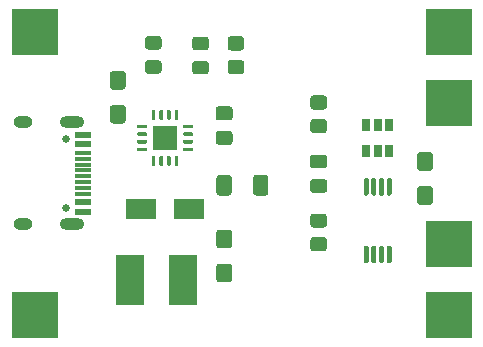
<source format=gbr>
%TF.GenerationSoftware,KiCad,Pcbnew,5.1.12-84ad8e8a86~92~ubuntu20.04.1*%
%TF.CreationDate,2023-02-19T01:27:16+01:00*%
%TF.ProjectId,tp5000_lifepo4_charger,74703530-3030-45f6-9c69-6665706f345f,rev?*%
%TF.SameCoordinates,Original*%
%TF.FileFunction,Soldermask,Top*%
%TF.FilePolarity,Negative*%
%FSLAX46Y46*%
G04 Gerber Fmt 4.6, Leading zero omitted, Abs format (unit mm)*
G04 Created by KiCad (PCBNEW 5.1.12-84ad8e8a86~92~ubuntu20.04.1) date 2023-02-19 01:27:16*
%MOMM*%
%LPD*%
G01*
G04 APERTURE LIST*
%ADD10R,2.500000X1.800000*%
%ADD11R,4.000000X4.000000*%
%ADD12R,2.400000X4.200000*%
%ADD13O,1.600000X1.000000*%
%ADD14C,0.650000*%
%ADD15O,2.100000X1.000000*%
%ADD16R,1.450000X0.300000*%
%ADD17R,1.450000X0.600000*%
%ADD18R,2.100000X2.100000*%
%ADD19R,0.650000X1.060000*%
G04 APERTURE END LIST*
%TO.C,C1*%
G36*
G01*
X93425001Y-117787500D02*
X92574999Y-117787500D01*
G75*
G02*
X92325000Y-117537501I0J249999D01*
G01*
X92325000Y-116462499D01*
G75*
G02*
X92574999Y-116212500I249999J0D01*
G01*
X93425001Y-116212500D01*
G75*
G02*
X93675000Y-116462499I0J-249999D01*
G01*
X93675000Y-117537501D01*
G75*
G02*
X93425001Y-117787500I-249999J0D01*
G01*
G37*
G36*
G01*
X93425001Y-114912500D02*
X92574999Y-114912500D01*
G75*
G02*
X92325000Y-114662501I0J249999D01*
G01*
X92325000Y-113587499D01*
G75*
G02*
X92574999Y-113337500I249999J0D01*
G01*
X93425001Y-113337500D01*
G75*
G02*
X93675000Y-113587499I0J-249999D01*
G01*
X93675000Y-114662501D01*
G75*
G02*
X93425001Y-114912500I-249999J0D01*
G01*
G37*
%TD*%
%TO.C,C2*%
G36*
G01*
X102475000Y-119587500D02*
X101525000Y-119587500D01*
G75*
G02*
X101275000Y-119337500I0J250000D01*
G01*
X101275000Y-118662500D01*
G75*
G02*
X101525000Y-118412500I250000J0D01*
G01*
X102475000Y-118412500D01*
G75*
G02*
X102725000Y-118662500I0J-250000D01*
G01*
X102725000Y-119337500D01*
G75*
G02*
X102475000Y-119587500I-250000J0D01*
G01*
G37*
G36*
G01*
X102475000Y-117512500D02*
X101525000Y-117512500D01*
G75*
G02*
X101275000Y-117262500I0J250000D01*
G01*
X101275000Y-116587500D01*
G75*
G02*
X101525000Y-116337500I250000J0D01*
G01*
X102475000Y-116337500D01*
G75*
G02*
X102725000Y-116587500I0J-250000D01*
G01*
X102725000Y-117262500D01*
G75*
G02*
X102475000Y-117512500I-250000J0D01*
G01*
G37*
%TD*%
%TO.C,C3*%
G36*
G01*
X101574999Y-129650000D02*
X102425001Y-129650000D01*
G75*
G02*
X102675000Y-129899999I0J-249999D01*
G01*
X102675000Y-130975001D01*
G75*
G02*
X102425001Y-131225000I-249999J0D01*
G01*
X101574999Y-131225000D01*
G75*
G02*
X101325000Y-130975001I0J249999D01*
G01*
X101325000Y-129899999D01*
G75*
G02*
X101574999Y-129650000I249999J0D01*
G01*
G37*
G36*
G01*
X101574999Y-126775000D02*
X102425001Y-126775000D01*
G75*
G02*
X102675000Y-127024999I0J-249999D01*
G01*
X102675000Y-128100001D01*
G75*
G02*
X102425001Y-128350000I-249999J0D01*
G01*
X101574999Y-128350000D01*
G75*
G02*
X101325000Y-128100001I0J249999D01*
G01*
X101325000Y-127024999D01*
G75*
G02*
X101574999Y-126775000I249999J0D01*
G01*
G37*
%TD*%
%TO.C,C4*%
G36*
G01*
X109525000Y-122487500D02*
X110475000Y-122487500D01*
G75*
G02*
X110725000Y-122737500I0J-250000D01*
G01*
X110725000Y-123412500D01*
G75*
G02*
X110475000Y-123662500I-250000J0D01*
G01*
X109525000Y-123662500D01*
G75*
G02*
X109275000Y-123412500I0J250000D01*
G01*
X109275000Y-122737500D01*
G75*
G02*
X109525000Y-122487500I250000J0D01*
G01*
G37*
G36*
G01*
X109525000Y-120412500D02*
X110475000Y-120412500D01*
G75*
G02*
X110725000Y-120662500I0J-250000D01*
G01*
X110725000Y-121337500D01*
G75*
G02*
X110475000Y-121587500I-250000J0D01*
G01*
X109525000Y-121587500D01*
G75*
G02*
X109275000Y-121337500I0J250000D01*
G01*
X109275000Y-120662500D01*
G75*
G02*
X109525000Y-120412500I250000J0D01*
G01*
G37*
%TD*%
%TO.C,C5*%
G36*
G01*
X118574999Y-120212500D02*
X119425001Y-120212500D01*
G75*
G02*
X119675000Y-120462499I0J-249999D01*
G01*
X119675000Y-121537501D01*
G75*
G02*
X119425001Y-121787500I-249999J0D01*
G01*
X118574999Y-121787500D01*
G75*
G02*
X118325000Y-121537501I0J249999D01*
G01*
X118325000Y-120462499D01*
G75*
G02*
X118574999Y-120212500I249999J0D01*
G01*
G37*
G36*
G01*
X118574999Y-123087500D02*
X119425001Y-123087500D01*
G75*
G02*
X119675000Y-123337499I0J-249999D01*
G01*
X119675000Y-124412501D01*
G75*
G02*
X119425001Y-124662500I-249999J0D01*
G01*
X118574999Y-124662500D01*
G75*
G02*
X118325000Y-124412501I0J249999D01*
G01*
X118325000Y-123337499D01*
G75*
G02*
X118574999Y-123087500I249999J0D01*
G01*
G37*
%TD*%
D10*
%TO.C,D1*%
X95000000Y-125000000D03*
X99000000Y-125000000D03*
%TD*%
%TO.C,D2*%
G36*
G01*
X96450001Y-111525000D02*
X95549999Y-111525000D01*
G75*
G02*
X95300000Y-111275001I0J249999D01*
G01*
X95300000Y-110624999D01*
G75*
G02*
X95549999Y-110375000I249999J0D01*
G01*
X96450001Y-110375000D01*
G75*
G02*
X96700000Y-110624999I0J-249999D01*
G01*
X96700000Y-111275001D01*
G75*
G02*
X96450001Y-111525000I-249999J0D01*
G01*
G37*
G36*
G01*
X96450001Y-113575000D02*
X95549999Y-113575000D01*
G75*
G02*
X95300000Y-113325001I0J249999D01*
G01*
X95300000Y-112674999D01*
G75*
G02*
X95549999Y-112425000I249999J0D01*
G01*
X96450001Y-112425000D01*
G75*
G02*
X96700000Y-112674999I0J-249999D01*
G01*
X96700000Y-113325001D01*
G75*
G02*
X96450001Y-113575000I-249999J0D01*
G01*
G37*
%TD*%
%TO.C,D3*%
G36*
G01*
X100450001Y-113625000D02*
X99549999Y-113625000D01*
G75*
G02*
X99300000Y-113375001I0J249999D01*
G01*
X99300000Y-112724999D01*
G75*
G02*
X99549999Y-112475000I249999J0D01*
G01*
X100450001Y-112475000D01*
G75*
G02*
X100700000Y-112724999I0J-249999D01*
G01*
X100700000Y-113375001D01*
G75*
G02*
X100450001Y-113625000I-249999J0D01*
G01*
G37*
G36*
G01*
X100450001Y-111575000D02*
X99549999Y-111575000D01*
G75*
G02*
X99300000Y-111325001I0J249999D01*
G01*
X99300000Y-110674999D01*
G75*
G02*
X99549999Y-110425000I249999J0D01*
G01*
X100450001Y-110425000D01*
G75*
G02*
X100700000Y-110674999I0J-249999D01*
G01*
X100700000Y-111325001D01*
G75*
G02*
X100450001Y-111575000I-249999J0D01*
G01*
G37*
%TD*%
D11*
%TO.C,J1*%
X86000000Y-110000000D03*
%TD*%
%TO.C,J2*%
X121000000Y-134000000D03*
%TD*%
%TO.C,J3*%
X121000000Y-110000000D03*
%TD*%
%TO.C,J4*%
X86000000Y-134000000D03*
%TD*%
%TO.C,J5*%
X121000000Y-116000000D03*
%TD*%
%TO.C,J6*%
X121000000Y-128000000D03*
%TD*%
D12*
%TO.C,L1*%
X94000000Y-131000000D03*
X98500000Y-131000000D03*
%TD*%
D13*
%TO.C,P1*%
X84950000Y-126320000D03*
D14*
X88600000Y-124890000D03*
D13*
X84950000Y-117680000D03*
D14*
X88600000Y-119110000D03*
D15*
X89130000Y-117680000D03*
X89130000Y-126320000D03*
D16*
X90045000Y-121750000D03*
X90045000Y-123750000D03*
X90045000Y-123250000D03*
X90045000Y-122750000D03*
X90045000Y-122250000D03*
X90045000Y-121250000D03*
X90045000Y-120750000D03*
X90045000Y-120250000D03*
D17*
X90045000Y-125250000D03*
X90045000Y-124450000D03*
X90045000Y-119550000D03*
X90045000Y-118750000D03*
X90045000Y-118750000D03*
X90045000Y-119550000D03*
X90045000Y-124450000D03*
X90045000Y-125250000D03*
%TD*%
%TO.C,R1*%
G36*
G01*
X101350000Y-123625000D02*
X101350000Y-122375000D01*
G75*
G02*
X101600000Y-122125000I250000J0D01*
G01*
X102400000Y-122125000D01*
G75*
G02*
X102650000Y-122375000I0J-250000D01*
G01*
X102650000Y-123625000D01*
G75*
G02*
X102400000Y-123875000I-250000J0D01*
G01*
X101600000Y-123875000D01*
G75*
G02*
X101350000Y-123625000I0J250000D01*
G01*
G37*
G36*
G01*
X104450000Y-123625000D02*
X104450000Y-122375000D01*
G75*
G02*
X104700000Y-122125000I250000J0D01*
G01*
X105500000Y-122125000D01*
G75*
G02*
X105750000Y-122375000I0J-250000D01*
G01*
X105750000Y-123625000D01*
G75*
G02*
X105500000Y-123875000I-250000J0D01*
G01*
X104700000Y-123875000D01*
G75*
G02*
X104450000Y-123625000I0J250000D01*
G01*
G37*
%TD*%
%TO.C,R2*%
G36*
G01*
X102549999Y-110400000D02*
X103450001Y-110400000D01*
G75*
G02*
X103700000Y-110649999I0J-249999D01*
G01*
X103700000Y-111350001D01*
G75*
G02*
X103450001Y-111600000I-249999J0D01*
G01*
X102549999Y-111600000D01*
G75*
G02*
X102300000Y-111350001I0J249999D01*
G01*
X102300000Y-110649999D01*
G75*
G02*
X102549999Y-110400000I249999J0D01*
G01*
G37*
G36*
G01*
X102549999Y-112400000D02*
X103450001Y-112400000D01*
G75*
G02*
X103700000Y-112649999I0J-249999D01*
G01*
X103700000Y-113350001D01*
G75*
G02*
X103450001Y-113600000I-249999J0D01*
G01*
X102549999Y-113600000D01*
G75*
G02*
X102300000Y-113350001I0J249999D01*
G01*
X102300000Y-112649999D01*
G75*
G02*
X102549999Y-112400000I249999J0D01*
G01*
G37*
%TD*%
%TO.C,R3*%
G36*
G01*
X109549999Y-127400000D02*
X110450001Y-127400000D01*
G75*
G02*
X110700000Y-127649999I0J-249999D01*
G01*
X110700000Y-128350001D01*
G75*
G02*
X110450001Y-128600000I-249999J0D01*
G01*
X109549999Y-128600000D01*
G75*
G02*
X109300000Y-128350001I0J249999D01*
G01*
X109300000Y-127649999D01*
G75*
G02*
X109549999Y-127400000I249999J0D01*
G01*
G37*
G36*
G01*
X109549999Y-125400000D02*
X110450001Y-125400000D01*
G75*
G02*
X110700000Y-125649999I0J-249999D01*
G01*
X110700000Y-126350001D01*
G75*
G02*
X110450001Y-126600000I-249999J0D01*
G01*
X109549999Y-126600000D01*
G75*
G02*
X109300000Y-126350001I0J249999D01*
G01*
X109300000Y-125649999D01*
G75*
G02*
X109549999Y-125400000I249999J0D01*
G01*
G37*
%TD*%
%TO.C,R4*%
G36*
G01*
X109549999Y-115400000D02*
X110450001Y-115400000D01*
G75*
G02*
X110700000Y-115649999I0J-249999D01*
G01*
X110700000Y-116350001D01*
G75*
G02*
X110450001Y-116600000I-249999J0D01*
G01*
X109549999Y-116600000D01*
G75*
G02*
X109300000Y-116350001I0J249999D01*
G01*
X109300000Y-115649999D01*
G75*
G02*
X109549999Y-115400000I249999J0D01*
G01*
G37*
G36*
G01*
X109549999Y-117400000D02*
X110450001Y-117400000D01*
G75*
G02*
X110700000Y-117649999I0J-249999D01*
G01*
X110700000Y-118350001D01*
G75*
G02*
X110450001Y-118600000I-249999J0D01*
G01*
X109549999Y-118600000D01*
G75*
G02*
X109300000Y-118350001I0J249999D01*
G01*
X109300000Y-117649999D01*
G75*
G02*
X109549999Y-117400000I249999J0D01*
G01*
G37*
%TD*%
%TO.C,U1*%
G36*
G01*
X94625000Y-118100000D02*
X94625000Y-117950000D01*
G75*
G02*
X94700000Y-117875000I75000J0D01*
G01*
X95400000Y-117875000D01*
G75*
G02*
X95475000Y-117950000I0J-75000D01*
G01*
X95475000Y-118100000D01*
G75*
G02*
X95400000Y-118175000I-75000J0D01*
G01*
X94700000Y-118175000D01*
G75*
G02*
X94625000Y-118100000I0J75000D01*
G01*
G37*
G36*
G01*
X94625000Y-118750000D02*
X94625000Y-118600000D01*
G75*
G02*
X94700000Y-118525000I75000J0D01*
G01*
X95400000Y-118525000D01*
G75*
G02*
X95475000Y-118600000I0J-75000D01*
G01*
X95475000Y-118750000D01*
G75*
G02*
X95400000Y-118825000I-75000J0D01*
G01*
X94700000Y-118825000D01*
G75*
G02*
X94625000Y-118750000I0J75000D01*
G01*
G37*
G36*
G01*
X94625000Y-119400000D02*
X94625000Y-119250000D01*
G75*
G02*
X94700000Y-119175000I75000J0D01*
G01*
X95400000Y-119175000D01*
G75*
G02*
X95475000Y-119250000I0J-75000D01*
G01*
X95475000Y-119400000D01*
G75*
G02*
X95400000Y-119475000I-75000J0D01*
G01*
X94700000Y-119475000D01*
G75*
G02*
X94625000Y-119400000I0J75000D01*
G01*
G37*
G36*
G01*
X94625000Y-120050000D02*
X94625000Y-119900000D01*
G75*
G02*
X94700000Y-119825000I75000J0D01*
G01*
X95400000Y-119825000D01*
G75*
G02*
X95475000Y-119900000I0J-75000D01*
G01*
X95475000Y-120050000D01*
G75*
G02*
X95400000Y-120125000I-75000J0D01*
G01*
X94700000Y-120125000D01*
G75*
G02*
X94625000Y-120050000I0J75000D01*
G01*
G37*
G36*
G01*
X95875000Y-121300000D02*
X95875000Y-120600000D01*
G75*
G02*
X95950000Y-120525000I75000J0D01*
G01*
X96100000Y-120525000D01*
G75*
G02*
X96175000Y-120600000I0J-75000D01*
G01*
X96175000Y-121300000D01*
G75*
G02*
X96100000Y-121375000I-75000J0D01*
G01*
X95950000Y-121375000D01*
G75*
G02*
X95875000Y-121300000I0J75000D01*
G01*
G37*
G36*
G01*
X96525000Y-121300000D02*
X96525000Y-120600000D01*
G75*
G02*
X96600000Y-120525000I75000J0D01*
G01*
X96750000Y-120525000D01*
G75*
G02*
X96825000Y-120600000I0J-75000D01*
G01*
X96825000Y-121300000D01*
G75*
G02*
X96750000Y-121375000I-75000J0D01*
G01*
X96600000Y-121375000D01*
G75*
G02*
X96525000Y-121300000I0J75000D01*
G01*
G37*
G36*
G01*
X97175000Y-121300000D02*
X97175000Y-120600000D01*
G75*
G02*
X97250000Y-120525000I75000J0D01*
G01*
X97400000Y-120525000D01*
G75*
G02*
X97475000Y-120600000I0J-75000D01*
G01*
X97475000Y-121300000D01*
G75*
G02*
X97400000Y-121375000I-75000J0D01*
G01*
X97250000Y-121375000D01*
G75*
G02*
X97175000Y-121300000I0J75000D01*
G01*
G37*
G36*
G01*
X97825000Y-121300000D02*
X97825000Y-120600000D01*
G75*
G02*
X97900000Y-120525000I75000J0D01*
G01*
X98050000Y-120525000D01*
G75*
G02*
X98125000Y-120600000I0J-75000D01*
G01*
X98125000Y-121300000D01*
G75*
G02*
X98050000Y-121375000I-75000J0D01*
G01*
X97900000Y-121375000D01*
G75*
G02*
X97825000Y-121300000I0J75000D01*
G01*
G37*
G36*
G01*
X98525000Y-120050000D02*
X98525000Y-119900000D01*
G75*
G02*
X98600000Y-119825000I75000J0D01*
G01*
X99300000Y-119825000D01*
G75*
G02*
X99375000Y-119900000I0J-75000D01*
G01*
X99375000Y-120050000D01*
G75*
G02*
X99300000Y-120125000I-75000J0D01*
G01*
X98600000Y-120125000D01*
G75*
G02*
X98525000Y-120050000I0J75000D01*
G01*
G37*
G36*
G01*
X98525000Y-119400000D02*
X98525000Y-119250000D01*
G75*
G02*
X98600000Y-119175000I75000J0D01*
G01*
X99300000Y-119175000D01*
G75*
G02*
X99375000Y-119250000I0J-75000D01*
G01*
X99375000Y-119400000D01*
G75*
G02*
X99300000Y-119475000I-75000J0D01*
G01*
X98600000Y-119475000D01*
G75*
G02*
X98525000Y-119400000I0J75000D01*
G01*
G37*
G36*
G01*
X98525000Y-118750000D02*
X98525000Y-118600000D01*
G75*
G02*
X98600000Y-118525000I75000J0D01*
G01*
X99300000Y-118525000D01*
G75*
G02*
X99375000Y-118600000I0J-75000D01*
G01*
X99375000Y-118750000D01*
G75*
G02*
X99300000Y-118825000I-75000J0D01*
G01*
X98600000Y-118825000D01*
G75*
G02*
X98525000Y-118750000I0J75000D01*
G01*
G37*
G36*
G01*
X98525000Y-118100000D02*
X98525000Y-117950000D01*
G75*
G02*
X98600000Y-117875000I75000J0D01*
G01*
X99300000Y-117875000D01*
G75*
G02*
X99375000Y-117950000I0J-75000D01*
G01*
X99375000Y-118100000D01*
G75*
G02*
X99300000Y-118175000I-75000J0D01*
G01*
X98600000Y-118175000D01*
G75*
G02*
X98525000Y-118100000I0J75000D01*
G01*
G37*
G36*
G01*
X97825000Y-117400000D02*
X97825000Y-116700000D01*
G75*
G02*
X97900000Y-116625000I75000J0D01*
G01*
X98050000Y-116625000D01*
G75*
G02*
X98125000Y-116700000I0J-75000D01*
G01*
X98125000Y-117400000D01*
G75*
G02*
X98050000Y-117475000I-75000J0D01*
G01*
X97900000Y-117475000D01*
G75*
G02*
X97825000Y-117400000I0J75000D01*
G01*
G37*
G36*
G01*
X97175000Y-117400000D02*
X97175000Y-116700000D01*
G75*
G02*
X97250000Y-116625000I75000J0D01*
G01*
X97400000Y-116625000D01*
G75*
G02*
X97475000Y-116700000I0J-75000D01*
G01*
X97475000Y-117400000D01*
G75*
G02*
X97400000Y-117475000I-75000J0D01*
G01*
X97250000Y-117475000D01*
G75*
G02*
X97175000Y-117400000I0J75000D01*
G01*
G37*
G36*
G01*
X96525000Y-117400000D02*
X96525000Y-116700000D01*
G75*
G02*
X96600000Y-116625000I75000J0D01*
G01*
X96750000Y-116625000D01*
G75*
G02*
X96825000Y-116700000I0J-75000D01*
G01*
X96825000Y-117400000D01*
G75*
G02*
X96750000Y-117475000I-75000J0D01*
G01*
X96600000Y-117475000D01*
G75*
G02*
X96525000Y-117400000I0J75000D01*
G01*
G37*
G36*
G01*
X95875000Y-117400000D02*
X95875000Y-116700000D01*
G75*
G02*
X95950000Y-116625000I75000J0D01*
G01*
X96100000Y-116625000D01*
G75*
G02*
X96175000Y-116700000I0J-75000D01*
G01*
X96175000Y-117400000D01*
G75*
G02*
X96100000Y-117475000I-75000J0D01*
G01*
X95950000Y-117475000D01*
G75*
G02*
X95875000Y-117400000I0J75000D01*
G01*
G37*
D18*
X97000000Y-119000000D03*
%TD*%
D19*
%TO.C,U2*%
X114050000Y-120100000D03*
X115000000Y-120100000D03*
X115950000Y-120100000D03*
X115950000Y-117900000D03*
X114050000Y-117900000D03*
X115000000Y-117900000D03*
%TD*%
%TO.C,U3*%
G36*
G01*
X115875000Y-122400000D02*
X116075000Y-122400000D01*
G75*
G02*
X116175000Y-122500000I0J-100000D01*
G01*
X116175000Y-123775000D01*
G75*
G02*
X116075000Y-123875000I-100000J0D01*
G01*
X115875000Y-123875000D01*
G75*
G02*
X115775000Y-123775000I0J100000D01*
G01*
X115775000Y-122500000D01*
G75*
G02*
X115875000Y-122400000I100000J0D01*
G01*
G37*
G36*
G01*
X115225000Y-122400000D02*
X115425000Y-122400000D01*
G75*
G02*
X115525000Y-122500000I0J-100000D01*
G01*
X115525000Y-123775000D01*
G75*
G02*
X115425000Y-123875000I-100000J0D01*
G01*
X115225000Y-123875000D01*
G75*
G02*
X115125000Y-123775000I0J100000D01*
G01*
X115125000Y-122500000D01*
G75*
G02*
X115225000Y-122400000I100000J0D01*
G01*
G37*
G36*
G01*
X114575000Y-122400000D02*
X114775000Y-122400000D01*
G75*
G02*
X114875000Y-122500000I0J-100000D01*
G01*
X114875000Y-123775000D01*
G75*
G02*
X114775000Y-123875000I-100000J0D01*
G01*
X114575000Y-123875000D01*
G75*
G02*
X114475000Y-123775000I0J100000D01*
G01*
X114475000Y-122500000D01*
G75*
G02*
X114575000Y-122400000I100000J0D01*
G01*
G37*
G36*
G01*
X113925000Y-122400000D02*
X114125000Y-122400000D01*
G75*
G02*
X114225000Y-122500000I0J-100000D01*
G01*
X114225000Y-123775000D01*
G75*
G02*
X114125000Y-123875000I-100000J0D01*
G01*
X113925000Y-123875000D01*
G75*
G02*
X113825000Y-123775000I0J100000D01*
G01*
X113825000Y-122500000D01*
G75*
G02*
X113925000Y-122400000I100000J0D01*
G01*
G37*
G36*
G01*
X113925000Y-128125000D02*
X114125000Y-128125000D01*
G75*
G02*
X114225000Y-128225000I0J-100000D01*
G01*
X114225000Y-129500000D01*
G75*
G02*
X114125000Y-129600000I-100000J0D01*
G01*
X113925000Y-129600000D01*
G75*
G02*
X113825000Y-129500000I0J100000D01*
G01*
X113825000Y-128225000D01*
G75*
G02*
X113925000Y-128125000I100000J0D01*
G01*
G37*
G36*
G01*
X114575000Y-128125000D02*
X114775000Y-128125000D01*
G75*
G02*
X114875000Y-128225000I0J-100000D01*
G01*
X114875000Y-129500000D01*
G75*
G02*
X114775000Y-129600000I-100000J0D01*
G01*
X114575000Y-129600000D01*
G75*
G02*
X114475000Y-129500000I0J100000D01*
G01*
X114475000Y-128225000D01*
G75*
G02*
X114575000Y-128125000I100000J0D01*
G01*
G37*
G36*
G01*
X115225000Y-128125000D02*
X115425000Y-128125000D01*
G75*
G02*
X115525000Y-128225000I0J-100000D01*
G01*
X115525000Y-129500000D01*
G75*
G02*
X115425000Y-129600000I-100000J0D01*
G01*
X115225000Y-129600000D01*
G75*
G02*
X115125000Y-129500000I0J100000D01*
G01*
X115125000Y-128225000D01*
G75*
G02*
X115225000Y-128125000I100000J0D01*
G01*
G37*
G36*
G01*
X115875000Y-128125000D02*
X116075000Y-128125000D01*
G75*
G02*
X116175000Y-128225000I0J-100000D01*
G01*
X116175000Y-129500000D01*
G75*
G02*
X116075000Y-129600000I-100000J0D01*
G01*
X115875000Y-129600000D01*
G75*
G02*
X115775000Y-129500000I0J100000D01*
G01*
X115775000Y-128225000D01*
G75*
G02*
X115875000Y-128125000I100000J0D01*
G01*
G37*
%TD*%
M02*

</source>
